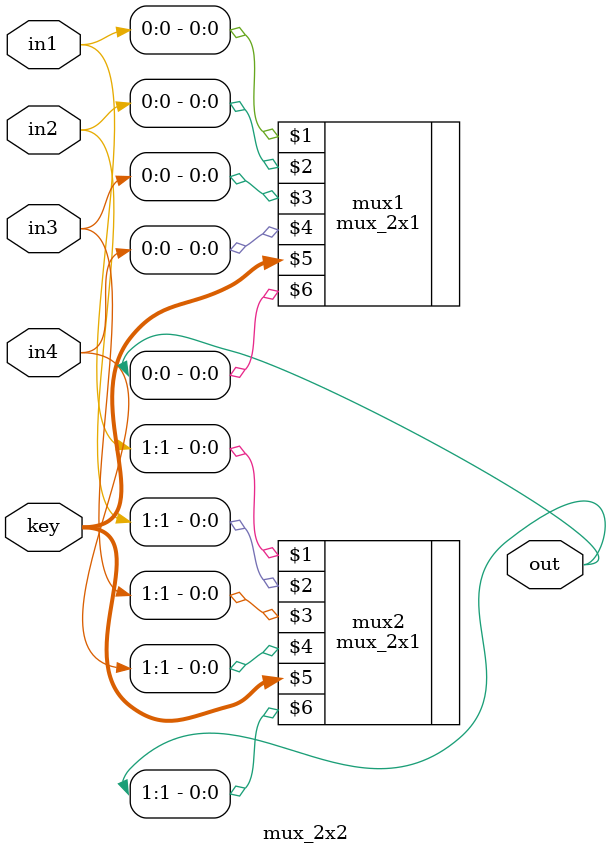
<source format=v>

`ifndef MULTIPLEXER_2X2
`define MULTIPLEXER_2X2

`include "mux_2x1.v"

module mux_2x2 (input [1:0] in1, input [1:0] in2, input [1:0] in3, input [1:0] in4, input [1:0] key, output [1:0] out);

    mux_2x1 mux1(in1[0], in2[0], in3[0], in4[0], key, out[0]);
    mux_2x1 mux2(in1[1], in2[1], in3[1], in4[1], key, out[1]);

endmodule

`endif
</source>
